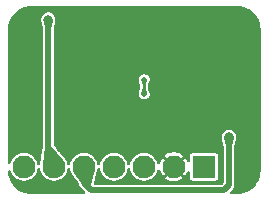
<source format=gbr>
%TF.GenerationSoftware,KiCad,Pcbnew,9.0.3*%
%TF.CreationDate,2025-07-23T07:55:48+05:30*%
%TF.ProjectId,Adafruit Si5351A,41646166-7275-4697-9420-536935333531,rev?*%
%TF.SameCoordinates,Original*%
%TF.FileFunction,Copper,L2,Bot*%
%TF.FilePolarity,Positive*%
%FSLAX46Y46*%
G04 Gerber Fmt 4.6, Leading zero omitted, Abs format (unit mm)*
G04 Created by KiCad (PCBNEW 9.0.3) date 2025-07-23 07:55:48*
%MOMM*%
%LPD*%
G01*
G04 APERTURE LIST*
%TA.AperFunction,ComponentPad*%
%ADD10R,1.930400X1.930400*%
%TD*%
%TA.AperFunction,ComponentPad*%
%ADD11C,1.930400*%
%TD*%
%TA.AperFunction,ViaPad*%
%ADD12C,0.800000*%
%TD*%
%TA.AperFunction,ViaPad*%
%ADD13C,0.500000*%
%TD*%
%TA.AperFunction,Conductor*%
%ADD14C,0.500000*%
%TD*%
%TA.AperFunction,Conductor*%
%ADD15C,0.250000*%
%TD*%
G04 APERTURE END LIST*
D10*
%TO.P,JP1,1,1*%
%TO.N,+3.3V*%
X16647787Y-13662816D03*
D11*
%TO.P,JP1,2,2*%
%TO.N,GND*%
X14107787Y-13662816D03*
%TO.P,JP1,3,3*%
%TO.N,/SDA_3V*%
X11567787Y-13662816D03*
%TO.P,JP1,4,4*%
%TO.N,/SCL_3V*%
X9027787Y-13662816D03*
%TO.P,JP1,5,5*%
%TO.N,CLK2*%
X6487787Y-13662816D03*
%TO.P,JP1,6,6*%
%TO.N,CLK1*%
X3947787Y-13662816D03*
%TO.P,JP1,7,7*%
%TO.N,CLK0*%
X1407787Y-13662816D03*
%TD*%
D12*
%TO.N,GND*%
X4226687Y-15500000D03*
D13*
X6300000Y-1367743D03*
D12*
X600000Y-10586943D03*
X5526687Y-9804216D03*
X9100000Y-3667743D03*
X7800000Y-7267743D03*
X11000000Y-4067743D03*
X12600000Y-5167743D03*
X20800000Y-14667743D03*
X2586687Y-4424216D03*
D13*
X18146687Y-1474216D03*
X15826687Y-1114216D03*
X2385687Y-14831216D03*
X9900000Y-1367743D03*
X14666687Y-1114216D03*
X7719687Y-14831216D03*
D12*
X19900000Y-13767743D03*
X600000Y-4176943D03*
D13*
X16000000Y-3000000D03*
X16996687Y-414216D03*
D12*
X6400000Y-3667743D03*
X4600000Y-3667743D03*
D13*
X15526687Y-8104216D03*
X16355687Y-7211216D03*
X14988473Y-8956778D03*
X16228687Y-9929016D03*
X10640687Y-14831216D03*
D12*
X2614287Y-6550816D03*
X2563487Y-10945016D03*
X8200000Y-3667743D03*
D13*
X5700000Y-1367743D03*
D12*
X8200000Y-2767743D03*
X600000Y-6314943D03*
X2563487Y-5454216D03*
D13*
X12799687Y-12545216D03*
D12*
X2563487Y-7592216D03*
X4526687Y-12104216D03*
D13*
X14200000Y-3000000D03*
D12*
X19900000Y-14667743D03*
D13*
X6900000Y-1367743D03*
X13896687Y-5214216D03*
X15256687Y-1104216D03*
X8100000Y-1367743D03*
X14966687Y-9574216D03*
D12*
X625400Y-7432543D03*
X5526687Y-12104216D03*
D13*
X15046687Y-7084216D03*
D12*
X5500000Y-3667743D03*
X9100000Y-2767743D03*
D13*
X18057487Y-14784216D03*
X14556687Y-5204216D03*
X7500000Y-1367743D03*
X13306687Y-5214216D03*
X15696687Y-444216D03*
X17200000Y-3300000D03*
X8700000Y-1367743D03*
X15400000Y-3000000D03*
D12*
X3326687Y-15500000D03*
X20800000Y-12867743D03*
D13*
X15720687Y-7084216D03*
X15046687Y-7684216D03*
D12*
X9600000Y-7267743D03*
X600000Y-11767743D03*
D13*
X9300000Y-1367743D03*
X17752687Y-480216D03*
D12*
X6400000Y-2767743D03*
X19900000Y-12867743D03*
X10000000Y-3667743D03*
X4600000Y-2767743D03*
X600000Y-8486943D03*
D13*
X17616687Y-1124216D03*
X14800000Y-3000000D03*
D12*
X10000000Y-2767743D03*
D13*
X4500000Y-1367743D03*
X12996687Y-2754216D03*
D12*
X10600000Y-8167743D03*
D13*
X14500000Y-467743D03*
X5100000Y-1367743D03*
D12*
X650800Y-5273543D03*
X6726687Y-9804216D03*
D13*
X17625687Y-3782216D03*
D12*
X20900000Y-3167743D03*
D13*
X16346687Y-6594216D03*
D12*
X7300000Y-2767743D03*
D13*
X16228687Y-9370216D03*
X10500000Y-1367743D03*
D12*
X2563487Y-12062616D03*
D13*
X18100000Y-5100000D03*
X16026687Y-7704216D03*
X15736687Y-6494216D03*
D12*
X20000000Y-3167743D03*
D13*
X7719687Y-12545216D03*
X13600000Y-3000000D03*
X15212687Y-14831216D03*
D12*
X9600000Y-8167743D03*
X11800000Y-4767743D03*
X5500000Y-2767743D03*
D13*
X3020687Y-14831216D03*
D12*
X8700000Y-7267743D03*
X600000Y-9667743D03*
X7300000Y-3667743D03*
D13*
X18296687Y-904216D03*
X18000000Y-4400000D03*
X12400000Y-2200000D03*
D12*
X8700000Y-8167743D03*
D13*
X11800000Y-1767743D03*
X5200000Y-14700000D03*
X16600000Y-3000000D03*
X16136687Y-5224216D03*
X16966687Y-1124216D03*
X15046687Y-6504216D03*
X14986687Y-8344216D03*
X11200000Y-1467743D03*
D12*
X623200Y-3146943D03*
X5126687Y-15500000D03*
X2326687Y-15500000D03*
D13*
X10005687Y-14831216D03*
D12*
X2563487Y-9764216D03*
X20800000Y-13767743D03*
D13*
X12799687Y-14704216D03*
X16787487Y-9395616D03*
X16246687Y-454216D03*
X15106687Y-444216D03*
X15346687Y-5214216D03*
X15212687Y-12494416D03*
X16787487Y-10005216D03*
X16416687Y-1114216D03*
D12*
X2588887Y-8709816D03*
%TO.N,CLK1*%
X3476687Y-1200000D03*
%TO.N,CLK2*%
X18776687Y-11144216D03*
D13*
%TO.N,+3.3V*%
X11596687Y-6279716D03*
X11596687Y-7494216D03*
%TD*%
D14*
%TO.N,CLK1*%
X3476687Y-13191716D02*
X3476687Y-1200000D01*
%TO.N,CLK2*%
X18776687Y-11144216D02*
X18776687Y-15234216D01*
X18776687Y-15234216D02*
X18376687Y-15634216D01*
X6487787Y-15027814D02*
X6487787Y-13662816D01*
X18376687Y-15634216D02*
X7094189Y-15634216D01*
X7094189Y-15634216D02*
X6487787Y-15027814D01*
D15*
%TO.N,+3.3V*%
X11596687Y-7494216D02*
X11596687Y-6279716D01*
%TD*%
%TA.AperFunction,Conductor*%
%TO.N,GND*%
G36*
X5254417Y-13770234D02*
G01*
X5312650Y-13808844D01*
X5340260Y-13869302D01*
X5347964Y-13917944D01*
X5350790Y-13935785D01*
X5407490Y-14110290D01*
X5490791Y-14273776D01*
X5509895Y-14300071D01*
X5522156Y-14320980D01*
X5526203Y-14329748D01*
X5526205Y-14329751D01*
X5658931Y-14512264D01*
X5989953Y-14967457D01*
X6013573Y-14999936D01*
X6034716Y-15047746D01*
X6037287Y-15060175D01*
X6037287Y-15087123D01*
X6060809Y-15174907D01*
X6067988Y-15201701D01*
X6127298Y-15304428D01*
X6522126Y-15699256D01*
X6523446Y-15701071D01*
X6533396Y-15713685D01*
X6534580Y-15715071D01*
X6537598Y-15718525D01*
X6550672Y-15727802D01*
X6560689Y-15737819D01*
X6594174Y-15799142D01*
X6589190Y-15868834D01*
X6547318Y-15924767D01*
X6481854Y-15949184D01*
X6473008Y-15949500D01*
X2004067Y-15949500D01*
X1995957Y-15949235D01*
X1753642Y-15933353D01*
X1737562Y-15931235D01*
X1624798Y-15908804D01*
X1503401Y-15884657D01*
X1487735Y-15880459D01*
X1261654Y-15803715D01*
X1246674Y-15797510D01*
X1032541Y-15691912D01*
X1018495Y-15683803D01*
X819977Y-15551157D01*
X807109Y-15541283D01*
X627605Y-15383863D01*
X616136Y-15372394D01*
X458716Y-15192890D01*
X448842Y-15180022D01*
X447731Y-15178360D01*
X316196Y-14981504D01*
X308089Y-14967463D01*
X202485Y-14753318D01*
X196287Y-14738352D01*
X119538Y-14512257D01*
X115344Y-14496607D01*
X68762Y-14262424D01*
X66647Y-14246367D01*
X54441Y-14060129D01*
X69700Y-13991947D01*
X119398Y-13942837D01*
X187758Y-13928392D01*
X253076Y-13953198D01*
X294614Y-14009380D01*
X296107Y-14013703D01*
X327490Y-14110290D01*
X410791Y-14273776D01*
X518641Y-14422219D01*
X648384Y-14551962D01*
X796827Y-14659812D01*
X960313Y-14743113D01*
X1092821Y-14786167D01*
X1134817Y-14799813D01*
X1316039Y-14828516D01*
X1316044Y-14828516D01*
X1499535Y-14828516D01*
X1680756Y-14799813D01*
X1714084Y-14788984D01*
X1855261Y-14743113D01*
X2018747Y-14659812D01*
X2167190Y-14551962D01*
X2296933Y-14422219D01*
X2404783Y-14273776D01*
X2488084Y-14110290D01*
X2544784Y-13935785D01*
X2555314Y-13869302D01*
X2585243Y-13806167D01*
X2644555Y-13769236D01*
X2714417Y-13770234D01*
X2772650Y-13808844D01*
X2800260Y-13869302D01*
X2807964Y-13917944D01*
X2810790Y-13935785D01*
X2867490Y-14110290D01*
X2950791Y-14273776D01*
X3058641Y-14422219D01*
X3188384Y-14551962D01*
X3336827Y-14659812D01*
X3500313Y-14743113D01*
X3632821Y-14786167D01*
X3674817Y-14799813D01*
X3856039Y-14828516D01*
X3856044Y-14828516D01*
X4039535Y-14828516D01*
X4220756Y-14799813D01*
X4254084Y-14788984D01*
X4395261Y-14743113D01*
X4558747Y-14659812D01*
X4707190Y-14551962D01*
X4836933Y-14422219D01*
X4944783Y-14273776D01*
X5028084Y-14110290D01*
X5084784Y-13935785D01*
X5095314Y-13869302D01*
X5125243Y-13806167D01*
X5184555Y-13769236D01*
X5254417Y-13770234D01*
G37*
%TD.AperFunction*%
%TA.AperFunction,Conductor*%
G36*
X19504042Y-50765D02*
G01*
X19525951Y-52200D01*
X19746367Y-66647D01*
X19762424Y-68762D01*
X19996607Y-115344D01*
X20012257Y-119538D01*
X20238352Y-196287D01*
X20253318Y-202485D01*
X20467460Y-308088D01*
X20481504Y-316196D01*
X20515950Y-339212D01*
X20680026Y-448845D01*
X20692890Y-458716D01*
X20872394Y-616136D01*
X20883863Y-627605D01*
X21041283Y-807109D01*
X21051157Y-819977D01*
X21183803Y-1018495D01*
X21191913Y-1032542D01*
X21297508Y-1246668D01*
X21303715Y-1261654D01*
X21380459Y-1487735D01*
X21384657Y-1503401D01*
X21431235Y-1737560D01*
X21433353Y-1753642D01*
X21449235Y-1995955D01*
X21449500Y-2004065D01*
X21449500Y-13995933D01*
X21449235Y-14004043D01*
X21433353Y-14246357D01*
X21431235Y-14262439D01*
X21384657Y-14496598D01*
X21380459Y-14512264D01*
X21303715Y-14738345D01*
X21297508Y-14753331D01*
X21191913Y-14967457D01*
X21183803Y-14981504D01*
X21051157Y-15180022D01*
X21041283Y-15192890D01*
X20883863Y-15372394D01*
X20872394Y-15383863D01*
X20692890Y-15541283D01*
X20680022Y-15551157D01*
X20481504Y-15683803D01*
X20467457Y-15691913D01*
X20253331Y-15797508D01*
X20238345Y-15803715D01*
X20012264Y-15880459D01*
X19996598Y-15884657D01*
X19762439Y-15931235D01*
X19746357Y-15933353D01*
X19504043Y-15949235D01*
X19495933Y-15949500D01*
X18997868Y-15949500D01*
X18930829Y-15929815D01*
X18885074Y-15877011D01*
X18875130Y-15807853D01*
X18904155Y-15744297D01*
X18910187Y-15737819D01*
X18964203Y-15683803D01*
X19137176Y-15510830D01*
X19196485Y-15408103D01*
X19196486Y-15408102D01*
X19227187Y-15293525D01*
X19227187Y-11994132D01*
X19229577Y-11969902D01*
X19230100Y-11967274D01*
X19230102Y-11967271D01*
X19368258Y-11273857D01*
X19368258Y-11272822D01*
X19368665Y-11269741D01*
X19368857Y-11267810D01*
X19368919Y-11267816D01*
X19372483Y-11240823D01*
X19377187Y-11223273D01*
X19377187Y-11065159D01*
X19336264Y-10912432D01*
X19336260Y-10912425D01*
X19257211Y-10775506D01*
X19257205Y-10775498D01*
X19145404Y-10663697D01*
X19145396Y-10663691D01*
X19008477Y-10584642D01*
X19008473Y-10584640D01*
X19008471Y-10584639D01*
X18855744Y-10543716D01*
X18697630Y-10543716D01*
X18544903Y-10584639D01*
X18544896Y-10584642D01*
X18407977Y-10663691D01*
X18407969Y-10663697D01*
X18296168Y-10775498D01*
X18296162Y-10775506D01*
X18217113Y-10912425D01*
X18217110Y-10912432D01*
X18176187Y-11065159D01*
X18176187Y-11223272D01*
X18180890Y-11240826D01*
X18184446Y-11267802D01*
X18184516Y-11267796D01*
X18184725Y-11269918D01*
X18185114Y-11272863D01*
X18185114Y-11273854D01*
X18185115Y-11273857D01*
X18297305Y-11836944D01*
X18323797Y-11969905D01*
X18326187Y-11994135D01*
X18326187Y-14996251D01*
X18317542Y-15025691D01*
X18311019Y-15055678D01*
X18307264Y-15060693D01*
X18306502Y-15063290D01*
X18289868Y-15083932D01*
X18226403Y-15147397D01*
X18165080Y-15180882D01*
X18138722Y-15183716D01*
X7442291Y-15183716D01*
X7375252Y-15164031D01*
X7329497Y-15111227D01*
X7319553Y-15042069D01*
X7322771Y-15026686D01*
X7323046Y-15025691D01*
X7620456Y-13949494D01*
X7622031Y-13944254D01*
X7624784Y-13935785D01*
X7624785Y-13935775D01*
X7625921Y-13931046D01*
X7625946Y-13931052D01*
X7627365Y-13924494D01*
X7629165Y-13917985D01*
X7631008Y-13910811D01*
X7631205Y-13909983D01*
X7631359Y-13901816D01*
X7632861Y-13884785D01*
X7635314Y-13869293D01*
X7665244Y-13806163D01*
X7724557Y-13769233D01*
X7794419Y-13770233D01*
X7852651Y-13808844D01*
X7880259Y-13869299D01*
X7890790Y-13935786D01*
X7906323Y-13983592D01*
X7947490Y-14110290D01*
X8030791Y-14273776D01*
X8138641Y-14422219D01*
X8268384Y-14551962D01*
X8416827Y-14659812D01*
X8580313Y-14743113D01*
X8712821Y-14786167D01*
X8754817Y-14799813D01*
X8936039Y-14828516D01*
X8936044Y-14828516D01*
X9119535Y-14828516D01*
X9300756Y-14799813D01*
X9334084Y-14788984D01*
X9475261Y-14743113D01*
X9638747Y-14659812D01*
X9787190Y-14551962D01*
X9916933Y-14422219D01*
X10024783Y-14273776D01*
X10108084Y-14110290D01*
X10164784Y-13935785D01*
X10175314Y-13869302D01*
X10205243Y-13806167D01*
X10264555Y-13769236D01*
X10334417Y-13770234D01*
X10392650Y-13808844D01*
X10420260Y-13869302D01*
X10427964Y-13917944D01*
X10430790Y-13935785D01*
X10487490Y-14110290D01*
X10570791Y-14273776D01*
X10678641Y-14422219D01*
X10808384Y-14551962D01*
X10956827Y-14659812D01*
X11120313Y-14743113D01*
X11252821Y-14786167D01*
X11294817Y-14799813D01*
X11476039Y-14828516D01*
X11476044Y-14828516D01*
X11659535Y-14828516D01*
X11840756Y-14799813D01*
X11874084Y-14788984D01*
X12015261Y-14743113D01*
X12178747Y-14659812D01*
X12327190Y-14551962D01*
X12456933Y-14422219D01*
X12564783Y-14273776D01*
X12648084Y-14110290D01*
X12693832Y-13969490D01*
X12733269Y-13911815D01*
X12797628Y-13884617D01*
X12866474Y-13896532D01*
X12917950Y-13943776D01*
X12929694Y-13969490D01*
X12981618Y-14129295D01*
X13068455Y-14299721D01*
X13068461Y-14299730D01*
X13163408Y-14430415D01*
X13163410Y-14430416D01*
X13677057Y-13916769D01*
X13707688Y-13969823D01*
X13800780Y-14062915D01*
X13853832Y-14093545D01*
X13340185Y-14607191D01*
X13470878Y-14702145D01*
X13470881Y-14702147D01*
X13641307Y-14788984D01*
X13823226Y-14848094D01*
X14012144Y-14878016D01*
X14203430Y-14878016D01*
X14392347Y-14848094D01*
X14574266Y-14788984D01*
X14744691Y-14702148D01*
X14875386Y-14607191D01*
X14875387Y-14607191D01*
X14361740Y-14093545D01*
X14414794Y-14062915D01*
X14507886Y-13969823D01*
X14538516Y-13916769D01*
X15052162Y-14430416D01*
X15052162Y-14430415D01*
X15147119Y-14299720D01*
X15233956Y-14129292D01*
X15240156Y-14110212D01*
X15279593Y-14052536D01*
X15343951Y-14025337D01*
X15412798Y-14037251D01*
X15464274Y-14084495D01*
X15482087Y-14148529D01*
X15482087Y-14647768D01*
X15493718Y-14706245D01*
X15493719Y-14706246D01*
X15538034Y-14772568D01*
X15604356Y-14816883D01*
X15604357Y-14816884D01*
X15662834Y-14828515D01*
X15662837Y-14828516D01*
X15662839Y-14828516D01*
X17632737Y-14828516D01*
X17632738Y-14828515D01*
X17647555Y-14825568D01*
X17691216Y-14816884D01*
X17691216Y-14816883D01*
X17691218Y-14816883D01*
X17757539Y-14772568D01*
X17801854Y-14706247D01*
X17801854Y-14706245D01*
X17801855Y-14706245D01*
X17810948Y-14660526D01*
X17813487Y-14647764D01*
X17813487Y-12677868D01*
X17813487Y-12677865D01*
X17813486Y-12677863D01*
X17801855Y-12619386D01*
X17801854Y-12619385D01*
X17757539Y-12553063D01*
X17691217Y-12508748D01*
X17691216Y-12508747D01*
X17632739Y-12497116D01*
X17632735Y-12497116D01*
X15662839Y-12497116D01*
X15662834Y-12497116D01*
X15604357Y-12508747D01*
X15604356Y-12508748D01*
X15538034Y-12553063D01*
X15493719Y-12619385D01*
X15493718Y-12619386D01*
X15482087Y-12677863D01*
X15482087Y-13177102D01*
X15462402Y-13244141D01*
X15409598Y-13289896D01*
X15340440Y-13299840D01*
X15276884Y-13270815D01*
X15240156Y-13215421D01*
X15233955Y-13196336D01*
X15147118Y-13025910D01*
X15147116Y-13025907D01*
X15052162Y-12895215D01*
X15052162Y-12895214D01*
X14538515Y-13408861D01*
X14507886Y-13355809D01*
X14414794Y-13262717D01*
X14361740Y-13232086D01*
X14875387Y-12718439D01*
X14875386Y-12718437D01*
X14744701Y-12623490D01*
X14744692Y-12623484D01*
X14574266Y-12536647D01*
X14392347Y-12477537D01*
X14203430Y-12447616D01*
X14012144Y-12447616D01*
X13823226Y-12477537D01*
X13641307Y-12536647D01*
X13470879Y-12623485D01*
X13340186Y-12718438D01*
X13340186Y-12718440D01*
X13853833Y-13232086D01*
X13800780Y-13262717D01*
X13707688Y-13355809D01*
X13677057Y-13408861D01*
X13163411Y-12895215D01*
X13163409Y-12895215D01*
X13068456Y-13025908D01*
X12981618Y-13196336D01*
X12929694Y-13356141D01*
X12890256Y-13413816D01*
X12825897Y-13441014D01*
X12757051Y-13429099D01*
X12705575Y-13381854D01*
X12693832Y-13356140D01*
X12672308Y-13289896D01*
X12648084Y-13215342D01*
X12564783Y-13051856D01*
X12456933Y-12903413D01*
X12327190Y-12773670D01*
X12178747Y-12665820D01*
X12015261Y-12582519D01*
X11970004Y-12567814D01*
X11840756Y-12525818D01*
X11659535Y-12497116D01*
X11659530Y-12497116D01*
X11476044Y-12497116D01*
X11476039Y-12497116D01*
X11294817Y-12525818D01*
X11120310Y-12582520D01*
X10956826Y-12665820D01*
X10808381Y-12773672D01*
X10678643Y-12903410D01*
X10570791Y-13051855D01*
X10487491Y-13215339D01*
X10430789Y-13389846D01*
X10420260Y-13456329D01*
X10390331Y-13519464D01*
X10331019Y-13556395D01*
X10261157Y-13555397D01*
X10202924Y-13516787D01*
X10175314Y-13456329D01*
X10164784Y-13389846D01*
X10132308Y-13289896D01*
X10108084Y-13215342D01*
X10024783Y-13051856D01*
X9916933Y-12903413D01*
X9787190Y-12773670D01*
X9638747Y-12665820D01*
X9475261Y-12582519D01*
X9430004Y-12567814D01*
X9300756Y-12525818D01*
X9119535Y-12497116D01*
X9119530Y-12497116D01*
X8936044Y-12497116D01*
X8936039Y-12497116D01*
X8754817Y-12525818D01*
X8580310Y-12582520D01*
X8416826Y-12665820D01*
X8268381Y-12773672D01*
X8138643Y-12903410D01*
X8030791Y-13051855D01*
X7947491Y-13215339D01*
X7890789Y-13389846D01*
X7880260Y-13456329D01*
X7850331Y-13519464D01*
X7791019Y-13556395D01*
X7721157Y-13555397D01*
X7662924Y-13516787D01*
X7635314Y-13456329D01*
X7624784Y-13389846D01*
X7592308Y-13289896D01*
X7568084Y-13215342D01*
X7484783Y-13051856D01*
X7376933Y-12903413D01*
X7247190Y-12773670D01*
X7098747Y-12665820D01*
X6935261Y-12582519D01*
X6890004Y-12567814D01*
X6760756Y-12525818D01*
X6579535Y-12497116D01*
X6579530Y-12497116D01*
X6396044Y-12497116D01*
X6396039Y-12497116D01*
X6214817Y-12525818D01*
X6040310Y-12582520D01*
X5876826Y-12665820D01*
X5728381Y-12773672D01*
X5598643Y-12903410D01*
X5490791Y-13051855D01*
X5407491Y-13215339D01*
X5350789Y-13389846D01*
X5340260Y-13456329D01*
X5310331Y-13519464D01*
X5251019Y-13556395D01*
X5181157Y-13555397D01*
X5122924Y-13516787D01*
X5095314Y-13456329D01*
X5084784Y-13389846D01*
X5052308Y-13289896D01*
X5028084Y-13215342D01*
X4944783Y-13051856D01*
X4925930Y-13025907D01*
X4917565Y-13014393D01*
X4912385Y-13007264D01*
X4901639Y-12986945D01*
X4864022Y-12940698D01*
X4836933Y-12903413D01*
X4824080Y-12890560D01*
X4815565Y-12881124D01*
X4503880Y-12497932D01*
X4502971Y-12497116D01*
X4456176Y-12455124D01*
X4450137Y-12451212D01*
X4450118Y-12451202D01*
X4402053Y-12429836D01*
X4390422Y-12423914D01*
X4328991Y-12388447D01*
X4303310Y-12368741D01*
X4262160Y-12327591D01*
X4242457Y-12301915D01*
X4213355Y-12251508D01*
X4200972Y-12221613D01*
X4174593Y-12123163D01*
X4159102Y-12082869D01*
X4156879Y-12078517D01*
X4133294Y-12042325D01*
X4133290Y-12042321D01*
X4133284Y-12042312D01*
X3954991Y-11823114D01*
X3927959Y-11758685D01*
X3927187Y-11744869D01*
X3927187Y-6220407D01*
X11146187Y-6220407D01*
X11146187Y-6339025D01*
X11154767Y-6371047D01*
X11155623Y-6383876D01*
X11155626Y-6383918D01*
X11156296Y-6393946D01*
X11266923Y-6804825D01*
X11271187Y-6837062D01*
X11271187Y-6936869D01*
X11266923Y-6969107D01*
X11156293Y-7380001D01*
X11154671Y-7386431D01*
X11154512Y-7387108D01*
X11154511Y-7387115D01*
X11154455Y-7390030D01*
X11150254Y-7419725D01*
X11146187Y-7434902D01*
X11146187Y-7434907D01*
X11146187Y-7553525D01*
X11176888Y-7668102D01*
X11236198Y-7770829D01*
X11320074Y-7854705D01*
X11422801Y-7914015D01*
X11537378Y-7944716D01*
X11537381Y-7944716D01*
X11655993Y-7944716D01*
X11655996Y-7944716D01*
X11770573Y-7914015D01*
X11873300Y-7854705D01*
X11957176Y-7770829D01*
X12016486Y-7668102D01*
X12047187Y-7553525D01*
X12047187Y-7434907D01*
X12047187Y-7434905D01*
X12047186Y-7434903D01*
X12041748Y-7414609D01*
X12037796Y-7390766D01*
X12037747Y-7390030D01*
X12037077Y-7379986D01*
X11926450Y-6969106D01*
X11922187Y-6936870D01*
X11922187Y-6837062D01*
X11926451Y-6804824D01*
X12037081Y-6393931D01*
X12038673Y-6387618D01*
X12038681Y-6387586D01*
X12038849Y-6386872D01*
X12038905Y-6383947D01*
X12043108Y-6354246D01*
X12047187Y-6339025D01*
X12047187Y-6220407D01*
X12016486Y-6105830D01*
X11957176Y-6003103D01*
X11873300Y-5919227D01*
X11770573Y-5859917D01*
X11655996Y-5829216D01*
X11537378Y-5829216D01*
X11422801Y-5859917D01*
X11422799Y-5859917D01*
X11422799Y-5859918D01*
X11320074Y-5919227D01*
X11320071Y-5919229D01*
X11236200Y-6003100D01*
X11236198Y-6003103D01*
X11176888Y-6105830D01*
X11146187Y-6220407D01*
X3927187Y-6220407D01*
X3927187Y-2049916D01*
X3929577Y-2025686D01*
X3930100Y-2023058D01*
X3930102Y-2023055D01*
X4068258Y-1329641D01*
X4068258Y-1328606D01*
X4068665Y-1325525D01*
X4068857Y-1323594D01*
X4068919Y-1323600D01*
X4072483Y-1296607D01*
X4077187Y-1279057D01*
X4077187Y-1120943D01*
X4036264Y-968216D01*
X3972838Y-858358D01*
X3957211Y-831290D01*
X3957205Y-831282D01*
X3845404Y-719481D01*
X3845396Y-719475D01*
X3708477Y-640426D01*
X3708473Y-640424D01*
X3708471Y-640423D01*
X3555744Y-599500D01*
X3397630Y-599500D01*
X3244903Y-640423D01*
X3244896Y-640426D01*
X3107977Y-719475D01*
X3107969Y-719481D01*
X2996168Y-831282D01*
X2996162Y-831290D01*
X2917113Y-968209D01*
X2917110Y-968216D01*
X2876187Y-1120943D01*
X2876187Y-1279056D01*
X2880890Y-1296610D01*
X2884446Y-1323586D01*
X2884516Y-1323580D01*
X2884725Y-1325702D01*
X2885114Y-1328647D01*
X2885114Y-1329638D01*
X2918147Y-1495432D01*
X3019488Y-2004065D01*
X3023797Y-2025689D01*
X3026187Y-2049919D01*
X3026187Y-11816558D01*
X3022700Y-11845758D01*
X3021766Y-11849608D01*
X2798403Y-13440418D01*
X2769589Y-13504069D01*
X2710936Y-13542037D01*
X2641066Y-13542268D01*
X2582164Y-13504688D01*
X2553135Y-13442573D01*
X2544784Y-13389846D01*
X2512308Y-13289896D01*
X2488084Y-13215342D01*
X2404783Y-13051856D01*
X2296933Y-12903413D01*
X2167190Y-12773670D01*
X2018747Y-12665820D01*
X1855261Y-12582519D01*
X1810004Y-12567814D01*
X1680756Y-12525818D01*
X1499535Y-12497116D01*
X1499530Y-12497116D01*
X1316044Y-12497116D01*
X1316039Y-12497116D01*
X1134817Y-12525818D01*
X960310Y-12582520D01*
X796826Y-12665820D01*
X648381Y-12773672D01*
X518643Y-12903410D01*
X410791Y-13051855D01*
X327491Y-13215337D01*
X292431Y-13323243D01*
X252993Y-13380918D01*
X188634Y-13408116D01*
X119788Y-13396201D01*
X68312Y-13348957D01*
X50500Y-13284924D01*
X50500Y-2004066D01*
X50765Y-1995957D01*
X51871Y-1979082D01*
X66647Y-1753628D01*
X68762Y-1737574D01*
X115342Y-1503401D01*
X119539Y-1487738D01*
X169868Y-1339474D01*
X196286Y-1261646D01*
X202485Y-1246680D01*
X308091Y-1032533D01*
X316191Y-1018502D01*
X448851Y-819962D01*
X458706Y-807119D01*
X616141Y-627599D01*
X627599Y-616141D01*
X807119Y-458706D01*
X819962Y-448851D01*
X1018502Y-316191D01*
X1032533Y-308091D01*
X1246680Y-202485D01*
X1261646Y-196286D01*
X1422498Y-141684D01*
X1487738Y-119539D01*
X1503405Y-115341D01*
X1737574Y-68762D01*
X1753630Y-66647D01*
X1975606Y-52098D01*
X1995958Y-50765D01*
X2004067Y-50500D01*
X2016408Y-50500D01*
X19483592Y-50500D01*
X19495933Y-50500D01*
X19504042Y-50765D01*
G37*
%TD.AperFunction*%
%TD*%
%TA.AperFunction,Conductor*%
%TO.N,CLK2*%
G36*
X19157556Y-11219946D02*
G01*
X19164989Y-11224940D01*
X19166719Y-11233702D01*
X19028563Y-11927116D01*
X19023586Y-11934560D01*
X19017089Y-11936530D01*
X18536285Y-11936530D01*
X18528012Y-11933103D01*
X18524811Y-11927116D01*
X18386654Y-11233702D01*
X18388398Y-11224919D01*
X18395815Y-11219946D01*
X18774379Y-11143681D01*
X18778995Y-11143681D01*
X19157556Y-11219946D01*
G37*
%TD.AperFunction*%
%TD*%
%TA.AperFunction,Conductor*%
%TO.N,+3.3V*%
G36*
X11720993Y-7002447D02*
G01*
X11724018Y-7007678D01*
X11838644Y-7433413D01*
X11837486Y-7442293D01*
X11830388Y-7447753D01*
X11829674Y-7447921D01*
X11599015Y-7494743D01*
X11594359Y-7494743D01*
X11363699Y-7447921D01*
X11356273Y-7442917D01*
X11354561Y-7434127D01*
X11354722Y-7433442D01*
X11469356Y-7007678D01*
X11474816Y-7000580D01*
X11480654Y-6999020D01*
X11712720Y-6999020D01*
X11720993Y-7002447D01*
G37*
%TD.AperFunction*%
%TD*%
%TA.AperFunction,Conductor*%
%TO.N,+3.3V*%
G36*
X11829675Y-6326010D02*
G01*
X11837100Y-6331014D01*
X11838812Y-6339804D01*
X11838644Y-6340518D01*
X11724018Y-6766254D01*
X11718558Y-6773352D01*
X11712720Y-6774912D01*
X11480654Y-6774912D01*
X11472381Y-6771485D01*
X11469356Y-6766254D01*
X11455236Y-6713813D01*
X11354729Y-6340516D01*
X11355887Y-6331638D01*
X11362985Y-6326178D01*
X11363672Y-6326016D01*
X11594362Y-6279188D01*
X11599012Y-6279188D01*
X11829675Y-6326010D01*
G37*
%TD.AperFunction*%
%TD*%
%TA.AperFunction,Conductor*%
%TO.N,CLK1*%
G36*
X3857556Y-1275730D02*
G01*
X3864989Y-1280724D01*
X3866719Y-1289486D01*
X3728563Y-1982900D01*
X3723586Y-1990344D01*
X3717089Y-1992314D01*
X3236285Y-1992314D01*
X3228012Y-1988887D01*
X3224811Y-1982900D01*
X3086654Y-1289486D01*
X3088398Y-1280703D01*
X3095815Y-1275730D01*
X3474379Y-1199465D01*
X3478995Y-1199465D01*
X3857556Y-1275730D01*
G37*
%TD.AperFunction*%
%TD*%
%TA.AperFunction,Conductor*%
%TO.N,CLK1*%
G36*
X3726687Y-11868102D02*
G01*
X3226687Y-11868102D01*
X3001133Y-13474515D01*
X3947787Y-13663816D01*
X4750321Y-13126580D01*
X3726687Y-11868102D01*
G37*
%TD.AperFunction*%
%TD*%
%TA.AperFunction,Conductor*%
%TO.N,CLK2*%
G36*
X6697695Y-15591276D02*
G01*
X7051249Y-15237722D01*
X7434441Y-13851117D01*
X6487080Y-13662109D01*
X5685253Y-14199052D01*
X6697695Y-15591276D01*
G37*
%TD.AperFunction*%
%TD*%
M02*

</source>
